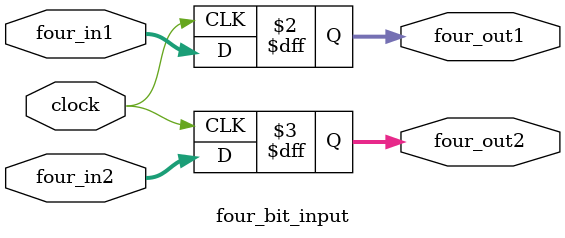
<source format=v>
module four_bit_input 
(
    input clock, 
    input [3:0] four_in1, four_in2,  // 2x4-bit input signals ([3:0])
    output reg [3:0] four_out1, four_out2 // 2x4-bit output signals ([3:0])
);

    always @(posedge clock) begin
        four_out1 <= four_in1;
        four_out2 <= four_in2;
    end

endmodule

</source>
